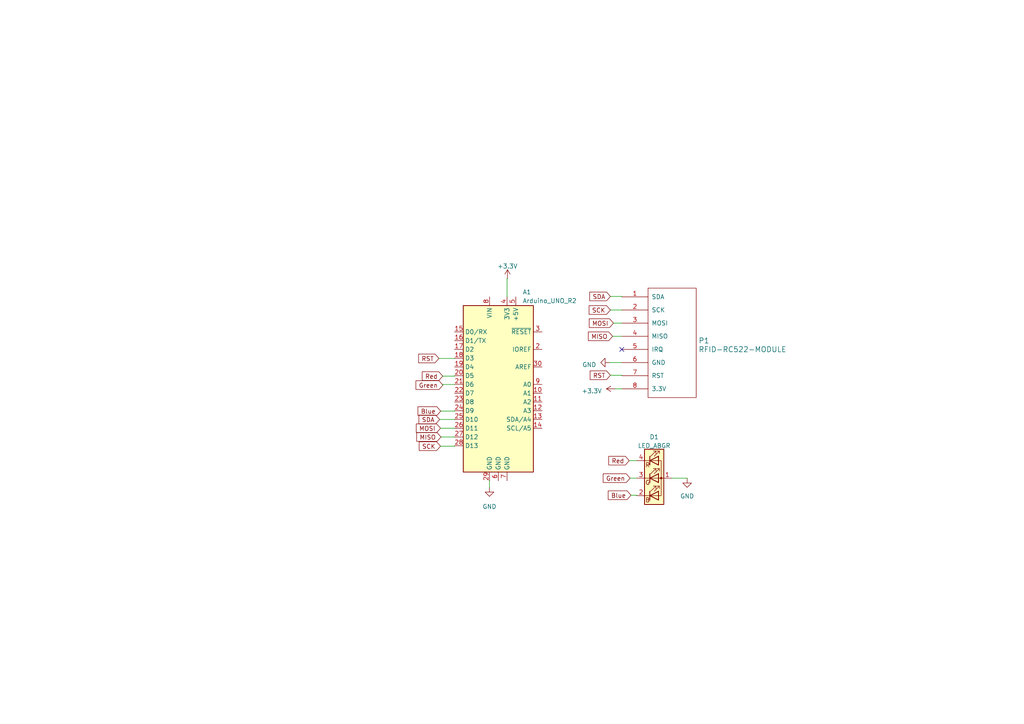
<source format=kicad_sch>
(kicad_sch (version 20230121) (generator eeschema)

  (uuid 98c7e59f-247f-4f84-ba85-1817b0f89c72)

  (paper "A4")

  (lib_symbols
    (symbol "Device:LED_ABGR" (pin_names (offset 0) hide) (in_bom yes) (on_board yes)
      (property "Reference" "D" (at 0 9.398 0)
        (effects (font (size 1.27 1.27)))
      )
      (property "Value" "LED_ABGR" (at 0 -8.89 0)
        (effects (font (size 1.27 1.27)))
      )
      (property "Footprint" "" (at 0 -1.27 0)
        (effects (font (size 1.27 1.27)) hide)
      )
      (property "Datasheet" "~" (at 0 -1.27 0)
        (effects (font (size 1.27 1.27)) hide)
      )
      (property "ki_keywords" "LED RGB diode" (at 0 0 0)
        (effects (font (size 1.27 1.27)) hide)
      )
      (property "ki_description" "RGB LED, anode/blue/green/red" (at 0 0 0)
        (effects (font (size 1.27 1.27)) hide)
      )
      (property "ki_fp_filters" "LED* LED_SMD:* LED_THT:*" (at 0 0 0)
        (effects (font (size 1.27 1.27)) hide)
      )
      (symbol "LED_ABGR_0_0"
        (text "B" (at -1.905 -6.35 0)
          (effects (font (size 1.27 1.27)))
        )
        (text "G" (at -1.905 -1.27 0)
          (effects (font (size 1.27 1.27)))
        )
        (text "R" (at -1.905 3.81 0)
          (effects (font (size 1.27 1.27)))
        )
      )
      (symbol "LED_ABGR_0_1"
        (polyline
          (pts
            (xy -1.27 -5.08)
            (xy -2.54 -5.08)
          )
          (stroke (width 0) (type default))
          (fill (type none))
        )
        (polyline
          (pts
            (xy -1.27 -5.08)
            (xy 1.27 -5.08)
          )
          (stroke (width 0) (type default))
          (fill (type none))
        )
        (polyline
          (pts
            (xy -1.27 -3.81)
            (xy -1.27 -6.35)
          )
          (stroke (width 0.254) (type default))
          (fill (type none))
        )
        (polyline
          (pts
            (xy -1.27 0)
            (xy -2.54 0)
          )
          (stroke (width 0) (type default))
          (fill (type none))
        )
        (polyline
          (pts
            (xy -1.27 1.27)
            (xy -1.27 -1.27)
          )
          (stroke (width 0.254) (type default))
          (fill (type none))
        )
        (polyline
          (pts
            (xy -1.27 5.08)
            (xy -2.54 5.08)
          )
          (stroke (width 0) (type default))
          (fill (type none))
        )
        (polyline
          (pts
            (xy -1.27 5.08)
            (xy 1.27 5.08)
          )
          (stroke (width 0) (type default))
          (fill (type none))
        )
        (polyline
          (pts
            (xy -1.27 6.35)
            (xy -1.27 3.81)
          )
          (stroke (width 0.254) (type default))
          (fill (type none))
        )
        (polyline
          (pts
            (xy 1.27 0)
            (xy -1.27 0)
          )
          (stroke (width 0) (type default))
          (fill (type none))
        )
        (polyline
          (pts
            (xy 1.27 0)
            (xy 2.54 0)
          )
          (stroke (width 0) (type default))
          (fill (type none))
        )
        (polyline
          (pts
            (xy -1.27 1.27)
            (xy -1.27 -1.27)
            (xy -1.27 -1.27)
          )
          (stroke (width 0) (type default))
          (fill (type none))
        )
        (polyline
          (pts
            (xy -1.27 6.35)
            (xy -1.27 3.81)
            (xy -1.27 3.81)
          )
          (stroke (width 0) (type default))
          (fill (type none))
        )
        (polyline
          (pts
            (xy 1.27 -5.08)
            (xy 2.032 -5.08)
            (xy 2.032 5.08)
            (xy 1.27 5.08)
          )
          (stroke (width 0) (type default))
          (fill (type none))
        )
        (polyline
          (pts
            (xy 1.27 -3.81)
            (xy 1.27 -6.35)
            (xy -1.27 -5.08)
            (xy 1.27 -3.81)
          )
          (stroke (width 0.254) (type default))
          (fill (type none))
        )
        (polyline
          (pts
            (xy 1.27 1.27)
            (xy 1.27 -1.27)
            (xy -1.27 0)
            (xy 1.27 1.27)
          )
          (stroke (width 0.254) (type default))
          (fill (type none))
        )
        (polyline
          (pts
            (xy 1.27 6.35)
            (xy 1.27 3.81)
            (xy -1.27 5.08)
            (xy 1.27 6.35)
          )
          (stroke (width 0.254) (type default))
          (fill (type none))
        )
        (polyline
          (pts
            (xy -1.016 -3.81)
            (xy 0.508 -2.286)
            (xy -0.254 -2.286)
            (xy 0.508 -2.286)
            (xy 0.508 -3.048)
          )
          (stroke (width 0) (type default))
          (fill (type none))
        )
        (polyline
          (pts
            (xy -1.016 1.27)
            (xy 0.508 2.794)
            (xy -0.254 2.794)
            (xy 0.508 2.794)
            (xy 0.508 2.032)
          )
          (stroke (width 0) (type default))
          (fill (type none))
        )
        (polyline
          (pts
            (xy -1.016 6.35)
            (xy 0.508 7.874)
            (xy -0.254 7.874)
            (xy 0.508 7.874)
            (xy 0.508 7.112)
          )
          (stroke (width 0) (type default))
          (fill (type none))
        )
        (polyline
          (pts
            (xy 0 -3.81)
            (xy 1.524 -2.286)
            (xy 0.762 -2.286)
            (xy 1.524 -2.286)
            (xy 1.524 -3.048)
          )
          (stroke (width 0) (type default))
          (fill (type none))
        )
        (polyline
          (pts
            (xy 0 1.27)
            (xy 1.524 2.794)
            (xy 0.762 2.794)
            (xy 1.524 2.794)
            (xy 1.524 2.032)
          )
          (stroke (width 0) (type default))
          (fill (type none))
        )
        (polyline
          (pts
            (xy 0 6.35)
            (xy 1.524 7.874)
            (xy 0.762 7.874)
            (xy 1.524 7.874)
            (xy 1.524 7.112)
          )
          (stroke (width 0) (type default))
          (fill (type none))
        )
        (rectangle (start 1.27 -1.27) (end 1.27 1.27)
          (stroke (width 0) (type default))
          (fill (type none))
        )
        (rectangle (start 1.27 1.27) (end 1.27 1.27)
          (stroke (width 0) (type default))
          (fill (type none))
        )
        (rectangle (start 1.27 3.81) (end 1.27 6.35)
          (stroke (width 0) (type default))
          (fill (type none))
        )
        (rectangle (start 1.27 6.35) (end 1.27 6.35)
          (stroke (width 0) (type default))
          (fill (type none))
        )
        (circle (center 2.032 0) (radius 0.254)
          (stroke (width 0) (type default))
          (fill (type outline))
        )
        (rectangle (start 2.794 8.382) (end -2.794 -7.62)
          (stroke (width 0.254) (type default))
          (fill (type background))
        )
      )
      (symbol "LED_ABGR_1_1"
        (pin passive line (at 5.08 0 180) (length 2.54)
          (name "A" (effects (font (size 1.27 1.27))))
          (number "1" (effects (font (size 1.27 1.27))))
        )
        (pin passive line (at -5.08 -5.08 0) (length 2.54)
          (name "BK" (effects (font (size 1.27 1.27))))
          (number "2" (effects (font (size 1.27 1.27))))
        )
        (pin passive line (at -5.08 0 0) (length 2.54)
          (name "GK" (effects (font (size 1.27 1.27))))
          (number "3" (effects (font (size 1.27 1.27))))
        )
        (pin passive line (at -5.08 5.08 0) (length 2.54)
          (name "RK" (effects (font (size 1.27 1.27))))
          (number "4" (effects (font (size 1.27 1.27))))
        )
      )
    )
    (symbol "MCU_Module:Arduino_UNO_R2" (in_bom yes) (on_board yes)
      (property "Reference" "A" (at -10.16 23.495 0)
        (effects (font (size 1.27 1.27)) (justify left bottom))
      )
      (property "Value" "Arduino_UNO_R2" (at 5.08 -26.67 0)
        (effects (font (size 1.27 1.27)) (justify left top))
      )
      (property "Footprint" "Module:Arduino_UNO_R2" (at 0 0 0)
        (effects (font (size 1.27 1.27) italic) hide)
      )
      (property "Datasheet" "https://www.arduino.cc/en/Main/arduinoBoardUno" (at 0 0 0)
        (effects (font (size 1.27 1.27)) hide)
      )
      (property "ki_keywords" "Arduino UNO R3 Microcontroller Module Atmel AVR USB" (at 0 0 0)
        (effects (font (size 1.27 1.27)) hide)
      )
      (property "ki_description" "Arduino UNO Microcontroller Module, release 2" (at 0 0 0)
        (effects (font (size 1.27 1.27)) hide)
      )
      (property "ki_fp_filters" "Arduino*UNO*R2*" (at 0 0 0)
        (effects (font (size 1.27 1.27)) hide)
      )
      (symbol "Arduino_UNO_R2_0_1"
        (rectangle (start -10.16 22.86) (end 10.16 -25.4)
          (stroke (width 0.254) (type default))
          (fill (type background))
        )
      )
      (symbol "Arduino_UNO_R2_1_1"
        (pin no_connect line (at -10.16 -20.32 0) (length 2.54) hide
          (name "NC" (effects (font (size 1.27 1.27))))
          (number "1" (effects (font (size 1.27 1.27))))
        )
        (pin bidirectional line (at 12.7 -2.54 180) (length 2.54)
          (name "A1" (effects (font (size 1.27 1.27))))
          (number "10" (effects (font (size 1.27 1.27))))
        )
        (pin bidirectional line (at 12.7 -5.08 180) (length 2.54)
          (name "A2" (effects (font (size 1.27 1.27))))
          (number "11" (effects (font (size 1.27 1.27))))
        )
        (pin bidirectional line (at 12.7 -7.62 180) (length 2.54)
          (name "A3" (effects (font (size 1.27 1.27))))
          (number "12" (effects (font (size 1.27 1.27))))
        )
        (pin bidirectional line (at 12.7 -10.16 180) (length 2.54)
          (name "SDA/A4" (effects (font (size 1.27 1.27))))
          (number "13" (effects (font (size 1.27 1.27))))
        )
        (pin bidirectional line (at 12.7 -12.7 180) (length 2.54)
          (name "SCL/A5" (effects (font (size 1.27 1.27))))
          (number "14" (effects (font (size 1.27 1.27))))
        )
        (pin bidirectional line (at -12.7 15.24 0) (length 2.54)
          (name "D0/RX" (effects (font (size 1.27 1.27))))
          (number "15" (effects (font (size 1.27 1.27))))
        )
        (pin bidirectional line (at -12.7 12.7 0) (length 2.54)
          (name "D1/TX" (effects (font (size 1.27 1.27))))
          (number "16" (effects (font (size 1.27 1.27))))
        )
        (pin bidirectional line (at -12.7 10.16 0) (length 2.54)
          (name "D2" (effects (font (size 1.27 1.27))))
          (number "17" (effects (font (size 1.27 1.27))))
        )
        (pin bidirectional line (at -12.7 7.62 0) (length 2.54)
          (name "D3" (effects (font (size 1.27 1.27))))
          (number "18" (effects (font (size 1.27 1.27))))
        )
        (pin bidirectional line (at -12.7 5.08 0) (length 2.54)
          (name "D4" (effects (font (size 1.27 1.27))))
          (number "19" (effects (font (size 1.27 1.27))))
        )
        (pin output line (at 12.7 10.16 180) (length 2.54)
          (name "IOREF" (effects (font (size 1.27 1.27))))
          (number "2" (effects (font (size 1.27 1.27))))
        )
        (pin bidirectional line (at -12.7 2.54 0) (length 2.54)
          (name "D5" (effects (font (size 1.27 1.27))))
          (number "20" (effects (font (size 1.27 1.27))))
        )
        (pin bidirectional line (at -12.7 0 0) (length 2.54)
          (name "D6" (effects (font (size 1.27 1.27))))
          (number "21" (effects (font (size 1.27 1.27))))
        )
        (pin bidirectional line (at -12.7 -2.54 0) (length 2.54)
          (name "D7" (effects (font (size 1.27 1.27))))
          (number "22" (effects (font (size 1.27 1.27))))
        )
        (pin bidirectional line (at -12.7 -5.08 0) (length 2.54)
          (name "D8" (effects (font (size 1.27 1.27))))
          (number "23" (effects (font (size 1.27 1.27))))
        )
        (pin bidirectional line (at -12.7 -7.62 0) (length 2.54)
          (name "D9" (effects (font (size 1.27 1.27))))
          (number "24" (effects (font (size 1.27 1.27))))
        )
        (pin bidirectional line (at -12.7 -10.16 0) (length 2.54)
          (name "D10" (effects (font (size 1.27 1.27))))
          (number "25" (effects (font (size 1.27 1.27))))
        )
        (pin bidirectional line (at -12.7 -12.7 0) (length 2.54)
          (name "D11" (effects (font (size 1.27 1.27))))
          (number "26" (effects (font (size 1.27 1.27))))
        )
        (pin bidirectional line (at -12.7 -15.24 0) (length 2.54)
          (name "D12" (effects (font (size 1.27 1.27))))
          (number "27" (effects (font (size 1.27 1.27))))
        )
        (pin bidirectional line (at -12.7 -17.78 0) (length 2.54)
          (name "D13" (effects (font (size 1.27 1.27))))
          (number "28" (effects (font (size 1.27 1.27))))
        )
        (pin power_in line (at -2.54 -27.94 90) (length 2.54)
          (name "GND" (effects (font (size 1.27 1.27))))
          (number "29" (effects (font (size 1.27 1.27))))
        )
        (pin input line (at 12.7 15.24 180) (length 2.54)
          (name "~{RESET}" (effects (font (size 1.27 1.27))))
          (number "3" (effects (font (size 1.27 1.27))))
        )
        (pin input line (at 12.7 5.08 180) (length 2.54)
          (name "AREF" (effects (font (size 1.27 1.27))))
          (number "30" (effects (font (size 1.27 1.27))))
        )
        (pin power_out line (at 2.54 25.4 270) (length 2.54)
          (name "3V3" (effects (font (size 1.27 1.27))))
          (number "4" (effects (font (size 1.27 1.27))))
        )
        (pin power_out line (at 5.08 25.4 270) (length 2.54)
          (name "+5V" (effects (font (size 1.27 1.27))))
          (number "5" (effects (font (size 1.27 1.27))))
        )
        (pin power_in line (at 0 -27.94 90) (length 2.54)
          (name "GND" (effects (font (size 1.27 1.27))))
          (number "6" (effects (font (size 1.27 1.27))))
        )
        (pin power_in line (at 2.54 -27.94 90) (length 2.54)
          (name "GND" (effects (font (size 1.27 1.27))))
          (number "7" (effects (font (size 1.27 1.27))))
        )
        (pin power_in line (at -2.54 25.4 270) (length 2.54)
          (name "VIN" (effects (font (size 1.27 1.27))))
          (number "8" (effects (font (size 1.27 1.27))))
        )
        (pin bidirectional line (at 12.7 0 180) (length 2.54)
          (name "A0" (effects (font (size 1.27 1.27))))
          (number "9" (effects (font (size 1.27 1.27))))
        )
      )
    )
    (symbol "RFID:RFID-RC522-MODULE" (pin_names (offset 1.016)) (in_bom yes) (on_board yes)
      (property "Reference" "P" (at 0 1.27 0)
        (effects (font (size 1.524 1.524)))
      )
      (property "Value" "RFID-RC522-MODULE" (at -1.27 3.81 0)
        (effects (font (size 1.524 1.524)))
      )
      (property "Footprint" "" (at 0 0 0)
        (effects (font (size 1.524 1.524)))
      )
      (property "Datasheet" "" (at 0 0 0)
        (effects (font (size 1.524 1.524)))
      )
      (symbol "RFID-RC522-MODULE_0_1"
        (rectangle (start -16.51 7.62) (end 15.24 -6.35)
          (stroke (width 0) (type solid))
          (fill (type none))
        )
      )
      (symbol "RFID-RC522-MODULE_1_1"
        (pin input line (at -13.97 -13.97 90) (length 7.62)
          (name "SDA" (effects (font (size 1.27 1.27))))
          (number "1" (effects (font (size 1.27 1.27))))
        )
        (pin input line (at -10.16 -13.97 90) (length 7.62)
          (name "SCK" (effects (font (size 1.27 1.27))))
          (number "2" (effects (font (size 1.27 1.27))))
        )
        (pin input line (at -6.35 -13.97 90) (length 7.62)
          (name "MOSI" (effects (font (size 1.27 1.27))))
          (number "3" (effects (font (size 1.27 1.27))))
        )
        (pin input line (at -2.54 -13.97 90) (length 7.62)
          (name "MISO" (effects (font (size 1.27 1.27))))
          (number "4" (effects (font (size 1.27 1.27))))
        )
        (pin input line (at 1.27 -13.97 90) (length 7.62)
          (name "IRQ" (effects (font (size 1.27 1.27))))
          (number "5" (effects (font (size 1.27 1.27))))
        )
        (pin input line (at 5.08 -13.97 90) (length 7.62)
          (name "GND" (effects (font (size 1.27 1.27))))
          (number "6" (effects (font (size 1.27 1.27))))
        )
        (pin input line (at 8.89 -13.97 90) (length 7.62)
          (name "RST" (effects (font (size 1.27 1.27))))
          (number "7" (effects (font (size 1.27 1.27))))
        )
        (pin input line (at 12.7 -13.97 90) (length 7.62)
          (name "3.3V" (effects (font (size 1.27 1.27))))
          (number "8" (effects (font (size 1.27 1.27))))
        )
      )
    )
    (symbol "power:+3.3V" (power) (pin_names (offset 0)) (in_bom yes) (on_board yes)
      (property "Reference" "#PWR" (at 0 -3.81 0)
        (effects (font (size 1.27 1.27)) hide)
      )
      (property "Value" "+3.3V" (at 0 3.556 0)
        (effects (font (size 1.27 1.27)))
      )
      (property "Footprint" "" (at 0 0 0)
        (effects (font (size 1.27 1.27)) hide)
      )
      (property "Datasheet" "" (at 0 0 0)
        (effects (font (size 1.27 1.27)) hide)
      )
      (property "ki_keywords" "global power" (at 0 0 0)
        (effects (font (size 1.27 1.27)) hide)
      )
      (property "ki_description" "Power symbol creates a global label with name \"+3.3V\"" (at 0 0 0)
        (effects (font (size 1.27 1.27)) hide)
      )
      (symbol "+3.3V_0_1"
        (polyline
          (pts
            (xy -0.762 1.27)
            (xy 0 2.54)
          )
          (stroke (width 0) (type default))
          (fill (type none))
        )
        (polyline
          (pts
            (xy 0 0)
            (xy 0 2.54)
          )
          (stroke (width 0) (type default))
          (fill (type none))
        )
        (polyline
          (pts
            (xy 0 2.54)
            (xy 0.762 1.27)
          )
          (stroke (width 0) (type default))
          (fill (type none))
        )
      )
      (symbol "+3.3V_1_1"
        (pin power_in line (at 0 0 90) (length 0) hide
          (name "+3.3V" (effects (font (size 1.27 1.27))))
          (number "1" (effects (font (size 1.27 1.27))))
        )
      )
    )
    (symbol "power:GND" (power) (pin_names (offset 0)) (in_bom yes) (on_board yes)
      (property "Reference" "#PWR" (at 0 -6.35 0)
        (effects (font (size 1.27 1.27)) hide)
      )
      (property "Value" "GND" (at 0 -3.81 0)
        (effects (font (size 1.27 1.27)))
      )
      (property "Footprint" "" (at 0 0 0)
        (effects (font (size 1.27 1.27)) hide)
      )
      (property "Datasheet" "" (at 0 0 0)
        (effects (font (size 1.27 1.27)) hide)
      )
      (property "ki_keywords" "global power" (at 0 0 0)
        (effects (font (size 1.27 1.27)) hide)
      )
      (property "ki_description" "Power symbol creates a global label with name \"GND\" , ground" (at 0 0 0)
        (effects (font (size 1.27 1.27)) hide)
      )
      (symbol "GND_0_1"
        (polyline
          (pts
            (xy 0 0)
            (xy 0 -1.27)
            (xy 1.27 -1.27)
            (xy 0 -2.54)
            (xy -1.27 -1.27)
            (xy 0 -1.27)
          )
          (stroke (width 0) (type default))
          (fill (type none))
        )
      )
      (symbol "GND_1_1"
        (pin power_in line (at 0 0 270) (length 0) hide
          (name "GND" (effects (font (size 1.27 1.27))))
          (number "1" (effects (font (size 1.27 1.27))))
        )
      )
    )
  )


  (no_connect (at 180.34 101.346) (uuid 17f64c6f-889b-491f-aaf3-2de6af0e66dd))

  (wire (pts (xy 147.066 80.772) (xy 147.193 80.772))
    (stroke (width 0) (type default))
    (uuid 0aef1513-5ea3-46df-be80-164e39937021)
  )
  (wire (pts (xy 131.826 111.506) (xy 128.4488 111.506))
    (stroke (width 0) (type default))
    (uuid 0be9d145-793a-4fe3-94ab-d5b8cb8ed03e)
  )
  (wire (pts (xy 131.826 119.2372) (xy 131.826 119.126))
    (stroke (width 0) (type default))
    (uuid 10c94abf-fc83-47d8-81ee-00006e8a0bfe)
  )
  (wire (pts (xy 128.397 109.093) (xy 131.826 109.093))
    (stroke (width 0) (type default))
    (uuid 1be07c3a-b9c1-49e1-bacc-8931560679dc)
  )
  (wire (pts (xy 176.784 105.156) (xy 180.34 105.156))
    (stroke (width 0) (type default))
    (uuid 1d66fb67-9abd-4818-9557-3bbeb8af18b8)
  )
  (wire (pts (xy 182.499 133.604) (xy 184.658 133.604))
    (stroke (width 0) (type default))
    (uuid 255ad0fa-c13b-4fdd-bad3-36c8810e6f28)
  )
  (wire (pts (xy 127.762 129.413) (xy 131.826 129.413))
    (stroke (width 0) (type default))
    (uuid 26af9fa2-1292-45f0-8eab-9f7cb590a769)
  )
  (wire (pts (xy 177.673 97.536) (xy 180.34 97.536))
    (stroke (width 0) (type default))
    (uuid 340556ee-2505-4c22-9b05-7893deca19ca)
  )
  (wire (pts (xy 127.762 124.206) (xy 131.826 124.206))
    (stroke (width 0) (type default))
    (uuid 3d42e87b-a83e-4ecc-9324-777b39139fcc)
  )
  (wire (pts (xy 128.4488 111.506) (xy 128.4488 111.6975))
    (stroke (width 0) (type default))
    (uuid 40224a9d-613b-40d7-ae58-ca68478d57ee)
  )
  (wire (pts (xy 177.038 108.839) (xy 180.34 108.839))
    (stroke (width 0) (type default))
    (uuid 4155eaed-2e33-49c4-933c-3a2f97ce96b7)
  )
  (wire (pts (xy 194.818 138.684) (xy 199.3026 138.684))
    (stroke (width 0) (type default))
    (uuid 54d79db9-06d5-41d7-b3ca-9a0f4be7b5df)
  )
  (wire (pts (xy 199.3026 138.684) (xy 199.3026 138.8269))
    (stroke (width 0) (type default))
    (uuid 6bf3cecf-2fb5-48c3-b3cf-7e04bc05fb2e)
  )
  (wire (pts (xy 127.827 119.2372) (xy 131.826 119.2372))
    (stroke (width 0) (type default))
    (uuid 7502179a-9a64-4d97-9fd3-927cc3625cf6)
  )
  (wire (pts (xy 131.826 129.413) (xy 131.826 129.286))
    (stroke (width 0) (type default))
    (uuid 7d302d4c-c4e9-42c0-944e-4757347e3361)
  )
  (wire (pts (xy 177.927 93.726) (xy 180.34 93.726))
    (stroke (width 0) (type default))
    (uuid 7dde1f29-267c-4796-b03d-30af57c59b19)
  )
  (wire (pts (xy 183.007 143.637) (xy 184.658 143.637))
    (stroke (width 0) (type default))
    (uuid 7f5557ae-a9c8-4d83-ae27-633283893c28)
  )
  (wire (pts (xy 177.038 89.916) (xy 180.34 89.916))
    (stroke (width 0) (type default))
    (uuid ad106b5d-841a-4353-82fa-82b1e6f9837e)
  )
  (wire (pts (xy 147.066 86.106) (xy 147.066 80.772))
    (stroke (width 0) (type default))
    (uuid ad7d1579-14cc-488f-b40b-f8b982b1f377)
  )
  (wire (pts (xy 141.9674 139.446) (xy 141.986 139.446))
    (stroke (width 0) (type default))
    (uuid afc8b45e-884d-4ede-affc-7bbbe239c102)
  )
  (wire (pts (xy 141.9674 141.4389) (xy 141.9674 139.446))
    (stroke (width 0) (type default))
    (uuid bee1449c-66c9-49e6-9e39-ceafdb2cb921)
  )
  (wire (pts (xy 127.2944 103.9649) (xy 131.826 103.9649))
    (stroke (width 0) (type default))
    (uuid c3cd7ef1-58d9-4ff4-ab99-19f95f417076)
  )
  (wire (pts (xy 131.826 109.093) (xy 131.826 108.966))
    (stroke (width 0) (type default))
    (uuid c46386d1-e9a5-44fc-abcb-3f3ae1a4ae92)
  )
  (wire (pts (xy 127.889 126.746) (xy 131.826 126.746))
    (stroke (width 0) (type default))
    (uuid d5f64af8-046d-44b2-9203-93b2db913314)
  )
  (wire (pts (xy 177.038 85.979) (xy 180.34 85.979))
    (stroke (width 0) (type default))
    (uuid d79c2660-1f61-4a80-8b70-edc8b68b2b90)
  )
  (wire (pts (xy 178.435 112.776) (xy 180.34 112.776))
    (stroke (width 0) (type default))
    (uuid de06ab7f-80e1-4d62-8f3c-05711ee444e4)
  )
  (wire (pts (xy 131.826 103.9649) (xy 131.826 103.886))
    (stroke (width 0) (type default))
    (uuid de88ab6f-6f7c-4e8a-93f4-33975431e966)
  )
  (wire (pts (xy 184.658 143.637) (xy 184.658 143.764))
    (stroke (width 0) (type default))
    (uuid e22d68e7-6b20-4cb3-84bd-746e15b5fbd8)
  )
  (wire (pts (xy 182.753 138.684) (xy 184.658 138.684))
    (stroke (width 0) (type default))
    (uuid ee0f692b-6261-448d-881c-83cde1c98f1f)
  )
  (wire (pts (xy 180.34 85.979) (xy 180.34 86.106))
    (stroke (width 0) (type default))
    (uuid f0bff917-6344-439c-94af-38267aee6fa1)
  )
  (wire (pts (xy 180.34 108.839) (xy 180.34 108.966))
    (stroke (width 0) (type default))
    (uuid f9498270-8704-4693-bfd8-b8afab5da814)
  )
  (wire (pts (xy 127.508 121.666) (xy 131.826 121.666))
    (stroke (width 0) (type default))
    (uuid feec8745-7174-40dd-a77b-46b65080623e)
  )

  (global_label "Red" (shape input) (at 182.499 133.604 180) (fields_autoplaced)
    (effects (font (size 1.27 1.27)) (justify right))
    (uuid 1c15e4bf-d817-45c6-b7e6-49145f6a57b9)
    (property "Intersheetrefs" "${INTERSHEET_REFS}" (at 176.0856 133.604 0)
      (effects (font (size 1.27 1.27)) (justify right) hide)
    )
  )
  (global_label "Green" (shape input) (at 128.4488 111.6975 180) (fields_autoplaced)
    (effects (font (size 1.27 1.27)) (justify right))
    (uuid 2bdaf775-6479-47f5-8dae-e737e3b2e34f)
    (property "Intersheetrefs" "${INTERSHEET_REFS}" (at 120.1606 111.6975 0)
      (effects (font (size 1.27 1.27)) (justify right) hide)
    )
  )
  (global_label "Red" (shape input) (at 128.397 109.093 180) (fields_autoplaced)
    (effects (font (size 1.27 1.27)) (justify right))
    (uuid 2d539bfc-57e5-43c0-92ba-3898bef06d86)
    (property "Intersheetrefs" "${INTERSHEET_REFS}" (at 121.9836 109.093 0)
      (effects (font (size 1.27 1.27)) (justify right) hide)
    )
  )
  (global_label "MISO" (shape input) (at 127.889 126.746 180) (fields_autoplaced)
    (effects (font (size 1.27 1.27)) (justify right))
    (uuid 35a06a14-0832-4b80-bf08-8130e11fb902)
    (property "Intersheetrefs" "${INTERSHEET_REFS}" (at 120.387 126.746 0)
      (effects (font (size 1.27 1.27)) (justify right) hide)
    )
  )
  (global_label "MOSI" (shape input) (at 177.927 93.726 180) (fields_autoplaced)
    (effects (font (size 1.27 1.27)) (justify right))
    (uuid 47ba7ea1-562a-443f-bf98-45527b0c7c56)
    (property "Intersheetrefs" "${INTERSHEET_REFS}" (at 170.425 93.726 0)
      (effects (font (size 1.27 1.27)) (justify right) hide)
    )
  )
  (global_label "RST" (shape input) (at 127.2944 103.9649 180) (fields_autoplaced)
    (effects (font (size 1.27 1.27)) (justify right))
    (uuid 532d00ab-00df-416a-b9be-ab274dcc6d36)
    (property "Intersheetrefs" "${INTERSHEET_REFS}" (at 120.9415 103.9649 0)
      (effects (font (size 1.27 1.27)) (justify right) hide)
    )
  )
  (global_label "Blue" (shape input) (at 183.007 143.637 180) (fields_autoplaced)
    (effects (font (size 1.27 1.27)) (justify right))
    (uuid 6e6f4192-e657-4705-8292-e420897a841f)
    (property "Intersheetrefs" "${INTERSHEET_REFS}" (at 175.9284 143.637 0)
      (effects (font (size 1.27 1.27)) (justify right) hide)
    )
  )
  (global_label "SCK" (shape input) (at 127.762 129.413 180) (fields_autoplaced)
    (effects (font (size 1.27 1.27)) (justify right))
    (uuid 6fc59f4f-3b60-48fc-b7eb-7ff262b4b112)
    (property "Intersheetrefs" "${INTERSHEET_REFS}" (at 121.1067 129.413 0)
      (effects (font (size 1.27 1.27)) (justify right) hide)
    )
  )
  (global_label "Blue" (shape input) (at 127.827 119.2372 180) (fields_autoplaced)
    (effects (font (size 1.27 1.27)) (justify right))
    (uuid 7695b0be-9aa2-40ae-a5a7-f6380179c879)
    (property "Intersheetrefs" "${INTERSHEET_REFS}" (at 120.7484 119.2372 0)
      (effects (font (size 1.27 1.27)) (justify right) hide)
    )
  )
  (global_label "MOSI" (shape input) (at 127.762 124.206 180) (fields_autoplaced)
    (effects (font (size 1.27 1.27)) (justify right))
    (uuid 97b15718-f125-4e00-81c3-4a87ae269d69)
    (property "Intersheetrefs" "${INTERSHEET_REFS}" (at 120.26 124.206 0)
      (effects (font (size 1.27 1.27)) (justify right) hide)
    )
  )
  (global_label "SDA" (shape input) (at 127.508 121.666 180) (fields_autoplaced)
    (effects (font (size 1.27 1.27)) (justify right))
    (uuid abeee993-5fc7-45a9-9d9e-329c1a2c3cc6)
    (property "Intersheetrefs" "${INTERSHEET_REFS}" (at 121.0341 121.666 0)
      (effects (font (size 1.27 1.27)) (justify right) hide)
    )
  )
  (global_label "SCK" (shape input) (at 177.038 89.916 180) (fields_autoplaced)
    (effects (font (size 1.27 1.27)) (justify right))
    (uuid e014104c-5e7b-454d-bd61-10aa3cdba2b6)
    (property "Intersheetrefs" "${INTERSHEET_REFS}" (at 170.3827 89.916 0)
      (effects (font (size 1.27 1.27)) (justify right) hide)
    )
  )
  (global_label "SDA" (shape input) (at 177.038 85.979 180) (fields_autoplaced)
    (effects (font (size 1.27 1.27)) (justify right))
    (uuid e4f2aeb7-5f0a-4078-8d99-a2c8315cf853)
    (property "Intersheetrefs" "${INTERSHEET_REFS}" (at 170.5641 85.979 0)
      (effects (font (size 1.27 1.27)) (justify right) hide)
    )
  )
  (global_label "RST" (shape input) (at 177.038 108.839 180) (fields_autoplaced)
    (effects (font (size 1.27 1.27)) (justify right))
    (uuid e7817aee-b5df-4516-87c3-77ce8a540862)
    (property "Intersheetrefs" "${INTERSHEET_REFS}" (at 170.6851 108.839 0)
      (effects (font (size 1.27 1.27)) (justify right) hide)
    )
  )
  (global_label "Green" (shape input) (at 182.753 138.684 180) (fields_autoplaced)
    (effects (font (size 1.27 1.27)) (justify right))
    (uuid eb35151f-ad54-4cd0-8e64-3fbd94020204)
    (property "Intersheetrefs" "${INTERSHEET_REFS}" (at 174.4648 138.684 0)
      (effects (font (size 1.27 1.27)) (justify right) hide)
    )
  )
  (global_label "MISO" (shape input) (at 177.673 97.536 180) (fields_autoplaced)
    (effects (font (size 1.27 1.27)) (justify right))
    (uuid ef105db3-f475-44e8-9fa1-23b6ff764fbd)
    (property "Intersheetrefs" "${INTERSHEET_REFS}" (at 170.171 97.536 0)
      (effects (font (size 1.27 1.27)) (justify right) hide)
    )
  )

  (symbol (lib_id "Device:LED_ABGR") (at 189.738 138.684 0) (unit 1)
    (in_bom yes) (on_board yes) (dnp no) (fields_autoplaced)
    (uuid 05424d3e-4366-486a-a521-b10955321a99)
    (property "Reference" "D1" (at 189.738 126.746 0)
      (effects (font (size 1.27 1.27)))
    )
    (property "Value" "LED_ABGR" (at 189.738 129.286 0)
      (effects (font (size 1.27 1.27)))
    )
    (property "Footprint" "LED_THT:LED_D5.0mm-4_RGB_Wide_Pins" (at 189.738 139.954 0)
      (effects (font (size 1.27 1.27)) hide)
    )
    (property "Datasheet" "~" (at 189.738 139.954 0)
      (effects (font (size 1.27 1.27)) hide)
    )
    (pin "1" (uuid c38adc9a-92d7-4dc5-af70-c2af4228f7c1))
    (pin "2" (uuid df063ebb-c690-41a6-9127-aff71278fb2a))
    (pin "3" (uuid 3028d2fc-2687-46dd-88fe-977cfce7cc65))
    (pin "4" (uuid e93f0d27-22cd-4c75-a228-4bb931b0525b))
    (instances
      (project "Arduino_Prototype"
        (path "/98c7e59f-247f-4f84-ba85-1817b0f89c72"
          (reference "D1") (unit 1)
        )
      )
    )
  )

  (symbol (lib_id "power:GND") (at 176.784 105.156 270) (unit 1)
    (in_bom yes) (on_board yes) (dnp no) (fields_autoplaced)
    (uuid 1627fb93-3558-45f5-b800-c775e921af4c)
    (property "Reference" "#PWR03" (at 170.434 105.156 0)
      (effects (font (size 1.27 1.27)) hide)
    )
    (property "Value" "GND" (at 172.9611 105.791 90)
      (effects (font (size 1.27 1.27)) (justify right))
    )
    (property "Footprint" "" (at 176.784 105.156 0)
      (effects (font (size 1.27 1.27)) hide)
    )
    (property "Datasheet" "" (at 176.784 105.156 0)
      (effects (font (size 1.27 1.27)) hide)
    )
    (pin "1" (uuid 1c723840-ddaf-4db0-b9ce-f72b84bd9914))
    (instances
      (project "Arduino_Prototype"
        (path "/98c7e59f-247f-4f84-ba85-1817b0f89c72"
          (reference "#PWR03") (unit 1)
        )
      )
    )
  )

  (symbol (lib_id "MCU_Module:Arduino_UNO_R2") (at 144.526 111.506 0) (unit 1)
    (in_bom yes) (on_board yes) (dnp no) (fields_autoplaced)
    (uuid 3b155de7-cb3a-4b82-a1ca-4411bea6f9ee)
    (property "Reference" "A1" (at 151.5619 84.709 0)
      (effects (font (size 1.27 1.27)) (justify left))
    )
    (property "Value" "Arduino_UNO_R2" (at 151.5619 87.249 0)
      (effects (font (size 1.27 1.27)) (justify left))
    )
    (property "Footprint" "Module:Arduino_UNO_R2" (at 144.526 111.506 0)
      (effects (font (size 1.27 1.27) italic) hide)
    )
    (property "Datasheet" "https://www.arduino.cc/en/Main/arduinoBoardUno" (at 144.526 111.506 0)
      (effects (font (size 1.27 1.27)) hide)
    )
    (pin "1" (uuid 7a8d3b81-2d71-4745-a6ff-4767fb391f64))
    (pin "10" (uuid 6bd2ab6c-70d8-49c2-8f83-deb7a0c9dca2))
    (pin "11" (uuid 226e5c8f-d645-411a-885b-8823c03fc9f7))
    (pin "12" (uuid 1c86b081-4ef3-4922-a9cc-cc2953683107))
    (pin "13" (uuid cdb74414-bea9-4585-be81-657adb5be130))
    (pin "14" (uuid 1459a12c-b1c5-4d24-b324-88f68885f9ac))
    (pin "15" (uuid 9500ab1a-b99e-4ac2-a9dc-56d3d64f1081))
    (pin "16" (uuid ae737baf-3321-420f-840f-7e05f79a8a92))
    (pin "17" (uuid bef43017-2f57-4ed4-8de2-06765198c2f8))
    (pin "18" (uuid 6d967370-940e-4f42-859f-a85869195bce))
    (pin "19" (uuid 754c45a8-7793-454b-a6ef-9206a03e36df))
    (pin "2" (uuid c7e2277d-c3a8-435f-89da-963a3fa47fd3))
    (pin "20" (uuid 4e38d1a2-4b62-4a95-a73a-6041bc136aab))
    (pin "21" (uuid 8c5be709-afa7-4a63-9b7c-92d24ae10efd))
    (pin "22" (uuid be6d7dd4-2f9a-4f7c-b62c-8d8648ed077f))
    (pin "23" (uuid 28e896a8-d523-4771-b3b6-e0ac0fbf2169))
    (pin "24" (uuid de7cf1a7-f445-42fd-a941-c5565d31abb7))
    (pin "25" (uuid a2a40265-8520-450d-a9cc-393a2c9f2c24))
    (pin "26" (uuid 31f60566-426c-482b-a759-d8812337cfb4))
    (pin "27" (uuid e9320d6d-1227-40d2-8f2d-6c09bc9e591c))
    (pin "28" (uuid ca3a73e0-ce42-4c3a-b0d6-dfa1299f92d9))
    (pin "29" (uuid 6f00c409-154e-4d13-af19-38773e6632eb))
    (pin "3" (uuid 2a91d6f3-4d3d-47f9-a070-e93a3744c5c2))
    (pin "30" (uuid 9101592b-a77a-4086-add8-3d92cf8bddac))
    (pin "4" (uuid bf80dc92-0561-4855-b140-979bd21d40f5))
    (pin "5" (uuid f7bdee26-7318-4ca8-8fc9-0207f34659ed))
    (pin "6" (uuid 19d2f1e2-2d7c-4100-a429-5851c1e7eb6d))
    (pin "7" (uuid eec956e8-a2bc-42a6-b846-de2aa9c07d13))
    (pin "8" (uuid ccc4f5e5-4380-456b-8ab0-11cc24c05377))
    (pin "9" (uuid 92abd25f-9cb2-4880-90ef-9e7b21fb3cc9))
    (instances
      (project "Arduino_Prototype"
        (path "/98c7e59f-247f-4f84-ba85-1817b0f89c72"
          (reference "A1") (unit 1)
        )
      )
    )
  )

  (symbol (lib_id "power:GND") (at 199.3026 138.8269 0) (unit 1)
    (in_bom yes) (on_board yes) (dnp no) (fields_autoplaced)
    (uuid 4753403e-b0b5-4e89-8ef3-d05b0a0eaddd)
    (property "Reference" "#PWR04" (at 199.3026 145.1769 0)
      (effects (font (size 1.27 1.27)) hide)
    )
    (property "Value" "GND" (at 199.3026 143.9069 0)
      (effects (font (size 1.27 1.27)))
    )
    (property "Footprint" "" (at 199.3026 138.8269 0)
      (effects (font (size 1.27 1.27)) hide)
    )
    (property "Datasheet" "" (at 199.3026 138.8269 0)
      (effects (font (size 1.27 1.27)) hide)
    )
    (pin "1" (uuid 7fc1710a-8373-4090-a8b8-d66445249e2d))
    (instances
      (project "Arduino_Prototype"
        (path "/98c7e59f-247f-4f84-ba85-1817b0f89c72"
          (reference "#PWR04") (unit 1)
        )
      )
    )
  )

  (symbol (lib_id "RFID:RFID-RC522-MODULE") (at 194.31 100.076 270) (unit 1)
    (in_bom yes) (on_board yes) (dnp no) (fields_autoplaced)
    (uuid 5f73f559-d9f3-4956-97ef-bf35943e59fa)
    (property "Reference" "P1" (at 202.565 98.806 90)
      (effects (font (size 1.524 1.524)) (justify left))
    )
    (property "Value" "RFID-RC522-MODULE" (at 202.565 101.346 90)
      (effects (font (size 1.524 1.524)) (justify left))
    )
    (property "Footprint" "" (at 194.31 100.076 0)
      (effects (font (size 1.524 1.524)))
    )
    (property "Datasheet" "" (at 194.31 100.076 0)
      (effects (font (size 1.524 1.524)))
    )
    (pin "1" (uuid c091cf66-525c-4747-881e-f9c9746bf908))
    (pin "2" (uuid f516fc00-e66a-46c7-991b-8ba6622c052d))
    (pin "3" (uuid 5eabd66f-ee3f-4a80-9d02-f2b885da33de))
    (pin "4" (uuid 743fe937-bbfa-4ebc-8d77-1be953a302e6))
    (pin "5" (uuid 26ed7320-42d2-47d8-a908-3aff6819eccb))
    (pin "6" (uuid c07270c3-58dc-4623-aca8-97241c1167af))
    (pin "7" (uuid d9de8b34-3ee8-4d81-8b48-a212939cc521))
    (pin "8" (uuid dd4f3924-fdb4-4e83-bbc9-6aea64aca8c2))
    (instances
      (project "Arduino_Prototype"
        (path "/98c7e59f-247f-4f84-ba85-1817b0f89c72"
          (reference "P1") (unit 1)
        )
      )
    )
  )

  (symbol (lib_id "power:GND") (at 141.9674 141.4389 0) (unit 1)
    (in_bom yes) (on_board yes) (dnp no) (fields_autoplaced)
    (uuid 9d15914c-9465-418a-ae37-8041228e1e21)
    (property "Reference" "#PWR01" (at 141.9674 147.7889 0)
      (effects (font (size 1.27 1.27)) hide)
    )
    (property "Value" "GND" (at 141.9674 146.939 0)
      (effects (font (size 1.27 1.27)))
    )
    (property "Footprint" "" (at 141.9674 141.4389 0)
      (effects (font (size 1.27 1.27)) hide)
    )
    (property "Datasheet" "" (at 141.9674 141.4389 0)
      (effects (font (size 1.27 1.27)) hide)
    )
    (pin "1" (uuid 92479ec1-0ea4-4beb-845e-c7fe343d0fb8))
    (instances
      (project "Arduino_Prototype"
        (path "/98c7e59f-247f-4f84-ba85-1817b0f89c72"
          (reference "#PWR01") (unit 1)
        )
      )
    )
  )

  (symbol (lib_id "power:+3.3V") (at 178.435 112.776 90) (unit 1)
    (in_bom yes) (on_board yes) (dnp no) (fields_autoplaced)
    (uuid c3d6fcac-fc83-4d63-85de-3166d8b92527)
    (property "Reference" "#PWR02" (at 182.245 112.776 0)
      (effects (font (size 1.27 1.27)) hide)
    )
    (property "Value" "+3.3V" (at 174.6016 113.411 90)
      (effects (font (size 1.27 1.27)) (justify left))
    )
    (property "Footprint" "" (at 178.435 112.776 0)
      (effects (font (size 1.27 1.27)) hide)
    )
    (property "Datasheet" "" (at 178.435 112.776 0)
      (effects (font (size 1.27 1.27)) hide)
    )
    (pin "1" (uuid 671428d7-0d6f-4ccb-bf50-5bb728f88b53))
    (instances
      (project "Arduino_Prototype"
        (path "/98c7e59f-247f-4f84-ba85-1817b0f89c72"
          (reference "#PWR02") (unit 1)
        )
      )
    )
  )

  (symbol (lib_id "power:+3.3V") (at 147.193 80.772 0) (unit 1)
    (in_bom yes) (on_board yes) (dnp no) (fields_autoplaced)
    (uuid f0317456-4e32-4915-b05c-ece75497a46e)
    (property "Reference" "#PWR05" (at 147.193 84.582 0)
      (effects (font (size 1.27 1.27)) hide)
    )
    (property "Value" "+3.3V" (at 147.193 77.216 0)
      (effects (font (size 1.27 1.27)))
    )
    (property "Footprint" "" (at 147.193 80.772 0)
      (effects (font (size 1.27 1.27)) hide)
    )
    (property "Datasheet" "" (at 147.193 80.772 0)
      (effects (font (size 1.27 1.27)) hide)
    )
    (pin "1" (uuid d209dcb6-61e6-4195-bbcb-8e85a309b736))
    (instances
      (project "Arduino_Prototype"
        (path "/98c7e59f-247f-4f84-ba85-1817b0f89c72"
          (reference "#PWR05") (unit 1)
        )
      )
    )
  )

  (sheet_instances
    (path "/" (page "1"))
  )
)

</source>
